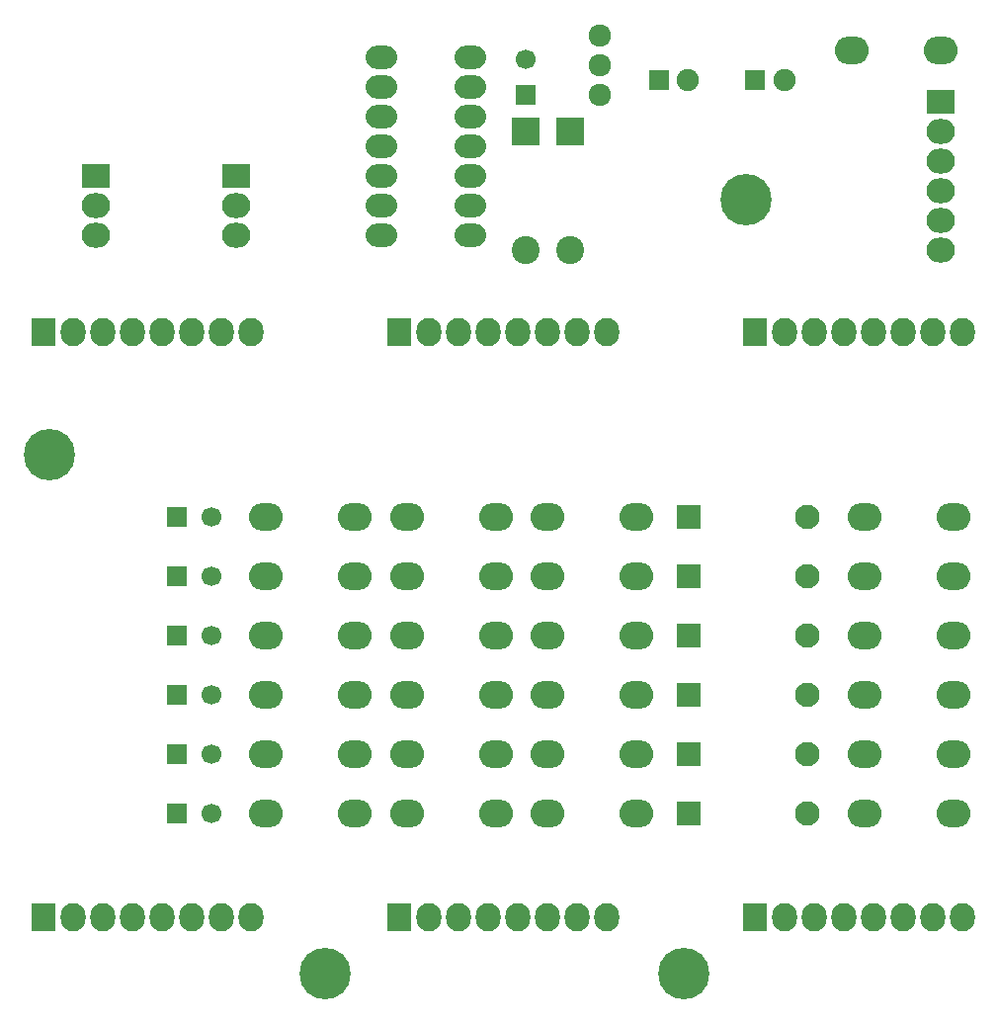
<source format=gbr>
G04 #@! TF.FileFunction,Soldermask,Top*
%FSLAX46Y46*%
G04 Gerber Fmt 4.6, Leading zero omitted, Abs format (unit mm)*
G04 Created by KiCad (PCBNEW 4.0.2+e4-6225~38~ubuntu14.04.1-stable) date Sa 25 Jun 2016 13:28:15 CEST*
%MOMM*%
G01*
G04 APERTURE LIST*
%ADD10C,0.100000*%
%ADD11O,2.900000X2.400000*%
%ADD12R,1.700000X1.700000*%
%ADD13C,1.700000*%
%ADD14C,2.099260*%
%ADD15R,2.099260X2.099260*%
%ADD16C,2.398980*%
%ADD17R,2.398980X2.398980*%
%ADD18O,2.700000X2.000000*%
%ADD19R,2.127200X2.432000*%
%ADD20O,2.127200X2.432000*%
%ADD21R,2.432000X2.127200*%
%ADD22O,2.432000X2.127200*%
%ADD23C,1.924000*%
%ADD24C,1.900000*%
%ADD25C,4.400000*%
G04 APERTURE END LIST*
D10*
D11*
X98298000Y-73660000D03*
X105918000Y-73660000D03*
X104775000Y-23495000D03*
X97155000Y-23495000D03*
D12*
X39370000Y-63500000D03*
D13*
X42370000Y-63500000D03*
D12*
X69215000Y-27305000D03*
D13*
X69215000Y-24305000D03*
D14*
X93345520Y-63497460D03*
D15*
X83185520Y-63497460D03*
D16*
X73027540Y-40640000D03*
D17*
X73027540Y-30480000D03*
D16*
X69217540Y-40640000D03*
D17*
X69217540Y-30480000D03*
D18*
X56896000Y-24130000D03*
X56896000Y-26670000D03*
X56896000Y-29210000D03*
X56896000Y-31750000D03*
X56896000Y-34290000D03*
X56896000Y-36830000D03*
X56896000Y-39370000D03*
X64516000Y-39370000D03*
X64516000Y-36830000D03*
X64516000Y-34290000D03*
X64516000Y-31750000D03*
X64516000Y-29210000D03*
X64516000Y-26670000D03*
X64516000Y-24130000D03*
D11*
X59055000Y-63500000D03*
X66675000Y-63500000D03*
X71120000Y-63500000D03*
X78740000Y-63500000D03*
D12*
X39370000Y-68580000D03*
D13*
X42370000Y-68580000D03*
D12*
X39370000Y-73660000D03*
D13*
X42370000Y-73660000D03*
D12*
X39370000Y-78740000D03*
D13*
X42370000Y-78740000D03*
D12*
X39370000Y-83820000D03*
D13*
X42370000Y-83820000D03*
D12*
X39370000Y-88900000D03*
D13*
X42370000Y-88900000D03*
D14*
X93345520Y-68577460D03*
D15*
X83185520Y-68577460D03*
D14*
X93345520Y-73657460D03*
D15*
X83185520Y-73657460D03*
D14*
X93345520Y-78737460D03*
D15*
X83185520Y-78737460D03*
D14*
X93345520Y-83817460D03*
D15*
X83185520Y-83817460D03*
D14*
X93345520Y-88897460D03*
D15*
X83185520Y-88897460D03*
D19*
X27940000Y-47625000D03*
D20*
X30480000Y-47625000D03*
X33020000Y-47625000D03*
X35560000Y-47625000D03*
X38100000Y-47625000D03*
X40640000Y-47625000D03*
X43180000Y-47625000D03*
X45720000Y-47625000D03*
D19*
X58420000Y-47625000D03*
D20*
X60960000Y-47625000D03*
X63500000Y-47625000D03*
X66040000Y-47625000D03*
X68580000Y-47625000D03*
X71120000Y-47625000D03*
X73660000Y-47625000D03*
X76200000Y-47625000D03*
D19*
X88900000Y-47625000D03*
D20*
X91440000Y-47625000D03*
X93980000Y-47625000D03*
X96520000Y-47625000D03*
X99060000Y-47625000D03*
X101600000Y-47625000D03*
X104140000Y-47625000D03*
X106680000Y-47625000D03*
D19*
X27940000Y-97790000D03*
D20*
X30480000Y-97790000D03*
X33020000Y-97790000D03*
X35560000Y-97790000D03*
X38100000Y-97790000D03*
X40640000Y-97790000D03*
X43180000Y-97790000D03*
X45720000Y-97790000D03*
D19*
X58420000Y-97790000D03*
D20*
X60960000Y-97790000D03*
X63500000Y-97790000D03*
X66040000Y-97790000D03*
X68580000Y-97790000D03*
X71120000Y-97790000D03*
X73660000Y-97790000D03*
X76200000Y-97790000D03*
D19*
X88900000Y-97790000D03*
D20*
X91440000Y-97790000D03*
X93980000Y-97790000D03*
X96520000Y-97790000D03*
X99060000Y-97790000D03*
X101600000Y-97790000D03*
X104140000Y-97790000D03*
X106680000Y-97790000D03*
D21*
X44450000Y-34290000D03*
D22*
X44450000Y-36830000D03*
X44450000Y-39370000D03*
D21*
X32385000Y-34290000D03*
D22*
X32385000Y-36830000D03*
X32385000Y-39370000D03*
D11*
X46990000Y-63500000D03*
X54610000Y-63500000D03*
X46990000Y-68580000D03*
X54610000Y-68580000D03*
X59055000Y-68580000D03*
X66675000Y-68580000D03*
X46990000Y-73660000D03*
X54610000Y-73660000D03*
X59055000Y-73660000D03*
X66675000Y-73660000D03*
X46990000Y-78740000D03*
X54610000Y-78740000D03*
X59055000Y-78740000D03*
X66675000Y-78740000D03*
X46990000Y-83820000D03*
X54610000Y-83820000D03*
X59055000Y-83820000D03*
X66675000Y-83820000D03*
X46990000Y-88900000D03*
X54610000Y-88900000D03*
X59055000Y-88900000D03*
X66675000Y-88900000D03*
X71120000Y-68580000D03*
X78740000Y-68580000D03*
X71120000Y-73660000D03*
X78740000Y-73660000D03*
X71120000Y-78740000D03*
X78740000Y-78740000D03*
X71120000Y-83820000D03*
X78740000Y-83820000D03*
X71120000Y-88900000D03*
X78740000Y-88900000D03*
X98298000Y-63500000D03*
X105918000Y-63500000D03*
X98298000Y-68580000D03*
X105918000Y-68580000D03*
X98298000Y-78740000D03*
X105918000Y-78740000D03*
X98298000Y-83820000D03*
X105918000Y-83820000D03*
X98298000Y-88900000D03*
X105918000Y-88900000D03*
D21*
X104775000Y-27940000D03*
D22*
X104775000Y-30480000D03*
X104775000Y-33020000D03*
X104775000Y-35560000D03*
X104775000Y-38100000D03*
X104775000Y-40640000D03*
D23*
X75565000Y-24765000D03*
X75565000Y-22225000D03*
X75565000Y-27305000D03*
D24*
X91400000Y-26035000D03*
D12*
X88900000Y-26035000D03*
X80645000Y-26035000D03*
D24*
X83145000Y-26035000D03*
D25*
X82804000Y-102616000D03*
X52070000Y-102616000D03*
X88138000Y-36322000D03*
X28448000Y-58166000D03*
M02*

</source>
